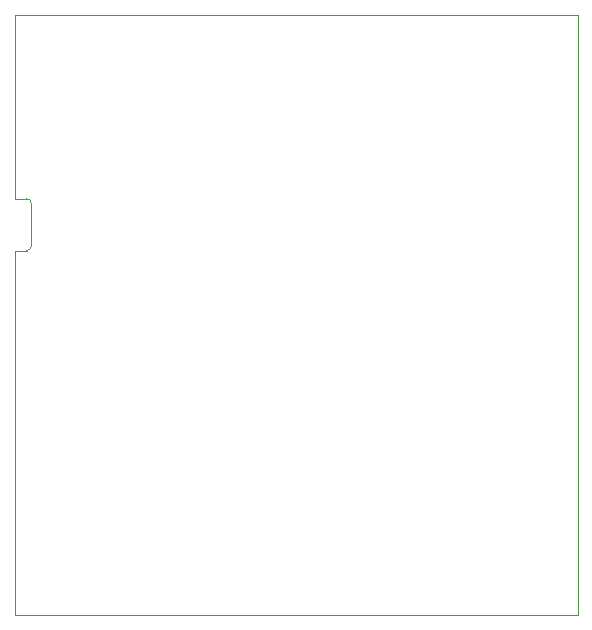
<source format=gbr>
%TF.GenerationSoftware,KiCad,Pcbnew,9.0.6-9.0.6~ubuntu24.04.1*%
%TF.CreationDate,2025-12-30T17:11:54-05:00*%
%TF.ProjectId,Dryer Buzzer V3,44727965-7220-4427-957a-7a6572205633,rev?*%
%TF.SameCoordinates,Original*%
%TF.FileFunction,Profile,NP*%
%FSLAX46Y46*%
G04 Gerber Fmt 4.6, Leading zero omitted, Abs format (unit mm)*
G04 Created by KiCad (PCBNEW 9.0.6-9.0.6~ubuntu24.04.1) date 2025-12-30 17:11:54*
%MOMM*%
%LPD*%
G01*
G04 APERTURE LIST*
%TA.AperFunction,Profile*%
%ADD10C,0.050000*%
%TD*%
%TA.AperFunction,Profile*%
%ADD11C,0.120000*%
%TD*%
G04 APERTURE END LIST*
D10*
X15820000Y-63500000D02*
X63500000Y-63500000D01*
X15820000Y-36980000D02*
X15820000Y-63500000D01*
X63500000Y-12700000D02*
X63500000Y-63500000D01*
X15820000Y-12700000D02*
X63500000Y-12700000D01*
X15820000Y-23980000D02*
X15820000Y-12700000D01*
D11*
%TO.C,J1*%
X16820000Y-28280000D02*
X15820000Y-28280000D01*
X15820000Y-28280000D02*
X15820000Y-23980000D01*
X17220000Y-32280000D02*
X17220000Y-28680000D01*
X16820000Y-32680000D02*
X15820000Y-32680000D01*
X15820000Y-32680000D02*
X15820000Y-36980000D01*
X16820000Y-28280000D02*
G75*
G02*
X17220000Y-28680000I-2J-400002D01*
G01*
X17220000Y-32280000D02*
G75*
G02*
X16820000Y-32680000I-400000J0D01*
G01*
%TD*%
M02*

</source>
